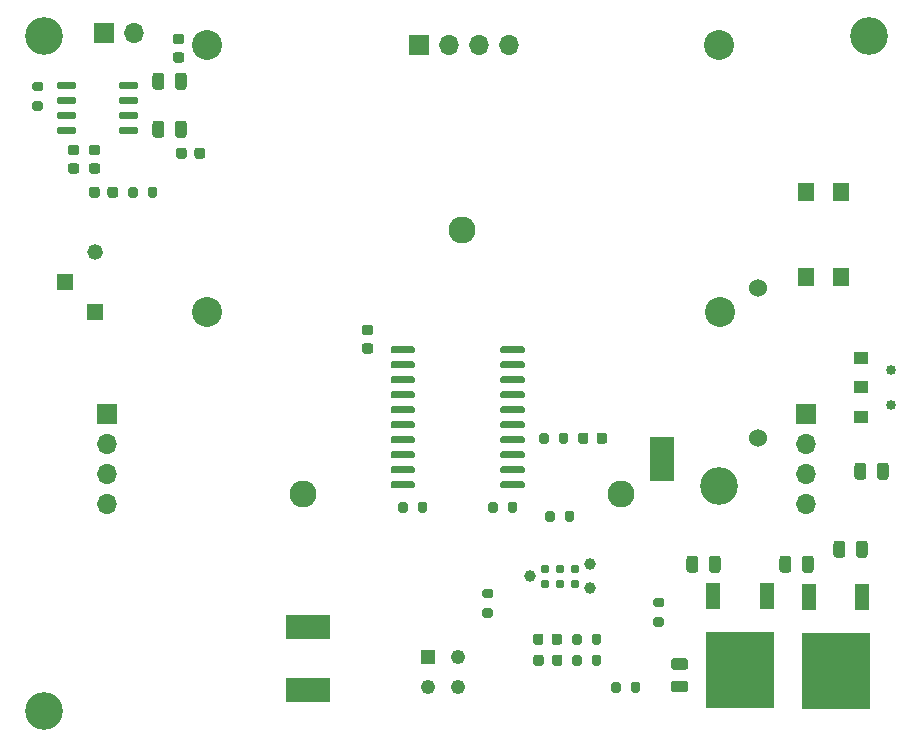
<source format=gts>
%TF.GenerationSoftware,KiCad,Pcbnew,(5.1.12)-1*%
%TF.CreationDate,2022-01-31T19:51:58-07:00*%
%TF.ProjectId,Annoyatron_v2,416e6e6f-7961-4747-926f-6e5f76322e6b,rev?*%
%TF.SameCoordinates,Original*%
%TF.FileFunction,Soldermask,Top*%
%TF.FilePolarity,Negative*%
%FSLAX46Y46*%
G04 Gerber Fmt 4.6, Leading zero omitted, Abs format (unit mm)*
G04 Created by KiCad (PCBNEW (5.1.12)-1) date 2022-01-31 19:51:58*
%MOMM*%
%LPD*%
G01*
G04 APERTURE LIST*
%ADD10R,1.320800X1.320800*%
%ADD11C,1.320800*%
%ADD12C,3.200000*%
%ADD13R,2.000000X3.800000*%
%ADD14R,3.800000X2.000000*%
%ADD15C,2.290000*%
%ADD16C,1.524000*%
%ADD17C,0.787000*%
%ADD18C,0.991000*%
%ADD19R,5.800000X6.400000*%
%ADD20R,1.200000X2.200000*%
%ADD21C,2.540000*%
%ADD22R,1.700000X1.700000*%
%ADD23O,1.700000X1.700000*%
%ADD24C,1.219200*%
%ADD25R,1.219200X1.219200*%
%ADD26C,0.850000*%
%ADD27R,1.200000X1.000000*%
%ADD28R,1.400000X1.600000*%
G04 APERTURE END LIST*
D10*
%TO.C,R1*%
X104902000Y-86106000D03*
X102362000Y-83566000D03*
D11*
X104902000Y-81026000D03*
%TD*%
D12*
%TO.C,H4*%
X100584000Y-62738000D03*
%TD*%
%TO.C,H3*%
X157734000Y-100838000D03*
%TD*%
%TO.C,H2*%
X170434000Y-62738000D03*
%TD*%
%TO.C,H1*%
X100584000Y-119888000D03*
%TD*%
D13*
%TO.C,TP_5V0*%
X152908000Y-98552000D03*
%TD*%
D14*
%TO.C,TP_GND0*%
X122936000Y-118110000D03*
%TD*%
%TO.C,TP_3V3*%
X122936000Y-112776000D03*
%TD*%
D15*
%TO.C,BT1*%
X149489000Y-101514000D03*
X122519000Y-101514000D03*
X136009000Y-79164000D03*
D16*
X161089000Y-84074000D03*
X161089000Y-96774000D03*
%TD*%
%TO.C,U6*%
G36*
G01*
X106956000Y-67053600D02*
X106956000Y-66753600D01*
G75*
G02*
X107106000Y-66603600I150000J0D01*
G01*
X108456000Y-66603600D01*
G75*
G02*
X108606000Y-66753600I0J-150000D01*
G01*
X108606000Y-67053600D01*
G75*
G02*
X108456000Y-67203600I-150000J0D01*
G01*
X107106000Y-67203600D01*
G75*
G02*
X106956000Y-67053600I0J150000D01*
G01*
G37*
G36*
G01*
X106956000Y-68323600D02*
X106956000Y-68023600D01*
G75*
G02*
X107106000Y-67873600I150000J0D01*
G01*
X108456000Y-67873600D01*
G75*
G02*
X108606000Y-68023600I0J-150000D01*
G01*
X108606000Y-68323600D01*
G75*
G02*
X108456000Y-68473600I-150000J0D01*
G01*
X107106000Y-68473600D01*
G75*
G02*
X106956000Y-68323600I0J150000D01*
G01*
G37*
G36*
G01*
X106956000Y-69593600D02*
X106956000Y-69293600D01*
G75*
G02*
X107106000Y-69143600I150000J0D01*
G01*
X108456000Y-69143600D01*
G75*
G02*
X108606000Y-69293600I0J-150000D01*
G01*
X108606000Y-69593600D01*
G75*
G02*
X108456000Y-69743600I-150000J0D01*
G01*
X107106000Y-69743600D01*
G75*
G02*
X106956000Y-69593600I0J150000D01*
G01*
G37*
G36*
G01*
X106956000Y-70863600D02*
X106956000Y-70563600D01*
G75*
G02*
X107106000Y-70413600I150000J0D01*
G01*
X108456000Y-70413600D01*
G75*
G02*
X108606000Y-70563600I0J-150000D01*
G01*
X108606000Y-70863600D01*
G75*
G02*
X108456000Y-71013600I-150000J0D01*
G01*
X107106000Y-71013600D01*
G75*
G02*
X106956000Y-70863600I0J150000D01*
G01*
G37*
G36*
G01*
X101706000Y-70863600D02*
X101706000Y-70563600D01*
G75*
G02*
X101856000Y-70413600I150000J0D01*
G01*
X103206000Y-70413600D01*
G75*
G02*
X103356000Y-70563600I0J-150000D01*
G01*
X103356000Y-70863600D01*
G75*
G02*
X103206000Y-71013600I-150000J0D01*
G01*
X101856000Y-71013600D01*
G75*
G02*
X101706000Y-70863600I0J150000D01*
G01*
G37*
G36*
G01*
X101706000Y-69593600D02*
X101706000Y-69293600D01*
G75*
G02*
X101856000Y-69143600I150000J0D01*
G01*
X103206000Y-69143600D01*
G75*
G02*
X103356000Y-69293600I0J-150000D01*
G01*
X103356000Y-69593600D01*
G75*
G02*
X103206000Y-69743600I-150000J0D01*
G01*
X101856000Y-69743600D01*
G75*
G02*
X101706000Y-69593600I0J150000D01*
G01*
G37*
G36*
G01*
X101706000Y-68323600D02*
X101706000Y-68023600D01*
G75*
G02*
X101856000Y-67873600I150000J0D01*
G01*
X103206000Y-67873600D01*
G75*
G02*
X103356000Y-68023600I0J-150000D01*
G01*
X103356000Y-68323600D01*
G75*
G02*
X103206000Y-68473600I-150000J0D01*
G01*
X101856000Y-68473600D01*
G75*
G02*
X101706000Y-68323600I0J150000D01*
G01*
G37*
G36*
G01*
X101706000Y-67053600D02*
X101706000Y-66753600D01*
G75*
G02*
X101856000Y-66603600I150000J0D01*
G01*
X103206000Y-66603600D01*
G75*
G02*
X103356000Y-66753600I0J-150000D01*
G01*
X103356000Y-67053600D01*
G75*
G02*
X103206000Y-67203600I-150000J0D01*
G01*
X101856000Y-67203600D01*
G75*
G02*
X101706000Y-67053600I0J150000D01*
G01*
G37*
%TD*%
D17*
%TO.C,TAG1*%
X143002000Y-109093000D03*
X144272000Y-109093000D03*
X145542000Y-109093000D03*
X145542000Y-107823000D03*
X144272000Y-107823000D03*
X143002000Y-107823000D03*
D18*
X141732000Y-108458000D03*
X146812000Y-107443000D03*
X146812000Y-109473000D03*
%TD*%
%TO.C,R5*%
G36*
G01*
X143847000Y-103103000D02*
X143847000Y-103653000D01*
G75*
G02*
X143647000Y-103853000I-200000J0D01*
G01*
X143247000Y-103853000D01*
G75*
G02*
X143047000Y-103653000I0J200000D01*
G01*
X143047000Y-103103000D01*
G75*
G02*
X143247000Y-102903000I200000J0D01*
G01*
X143647000Y-102903000D01*
G75*
G02*
X143847000Y-103103000I0J-200000D01*
G01*
G37*
G36*
G01*
X145497000Y-103103000D02*
X145497000Y-103653000D01*
G75*
G02*
X145297000Y-103853000I-200000J0D01*
G01*
X144897000Y-103853000D01*
G75*
G02*
X144697000Y-103653000I0J200000D01*
G01*
X144697000Y-103103000D01*
G75*
G02*
X144897000Y-102903000I200000J0D01*
G01*
X145297000Y-102903000D01*
G75*
G02*
X145497000Y-103103000I0J-200000D01*
G01*
G37*
%TD*%
%TO.C,R3*%
G36*
G01*
X139871000Y-102891000D02*
X139871000Y-102341000D01*
G75*
G02*
X140071000Y-102141000I200000J0D01*
G01*
X140471000Y-102141000D01*
G75*
G02*
X140671000Y-102341000I0J-200000D01*
G01*
X140671000Y-102891000D01*
G75*
G02*
X140471000Y-103091000I-200000J0D01*
G01*
X140071000Y-103091000D01*
G75*
G02*
X139871000Y-102891000I0J200000D01*
G01*
G37*
G36*
G01*
X138221000Y-102891000D02*
X138221000Y-102341000D01*
G75*
G02*
X138421000Y-102141000I200000J0D01*
G01*
X138821000Y-102141000D01*
G75*
G02*
X139021000Y-102341000I0J-200000D01*
G01*
X139021000Y-102891000D01*
G75*
G02*
X138821000Y-103091000I-200000J0D01*
G01*
X138421000Y-103091000D01*
G75*
G02*
X138221000Y-102891000I0J200000D01*
G01*
G37*
%TD*%
%TO.C,R2*%
G36*
G01*
X131401000Y-102341000D02*
X131401000Y-102891000D01*
G75*
G02*
X131201000Y-103091000I-200000J0D01*
G01*
X130801000Y-103091000D01*
G75*
G02*
X130601000Y-102891000I0J200000D01*
G01*
X130601000Y-102341000D01*
G75*
G02*
X130801000Y-102141000I200000J0D01*
G01*
X131201000Y-102141000D01*
G75*
G02*
X131401000Y-102341000I0J-200000D01*
G01*
G37*
G36*
G01*
X133051000Y-102341000D02*
X133051000Y-102891000D01*
G75*
G02*
X132851000Y-103091000I-200000J0D01*
G01*
X132451000Y-103091000D01*
G75*
G02*
X132251000Y-102891000I0J200000D01*
G01*
X132251000Y-102341000D01*
G75*
G02*
X132451000Y-102141000I200000J0D01*
G01*
X132851000Y-102141000D01*
G75*
G02*
X133051000Y-102341000I0J-200000D01*
G01*
G37*
%TD*%
%TO.C,R12*%
G36*
G01*
X152379000Y-111931000D02*
X152929000Y-111931000D01*
G75*
G02*
X153129000Y-112131000I0J-200000D01*
G01*
X153129000Y-112531000D01*
G75*
G02*
X152929000Y-112731000I-200000J0D01*
G01*
X152379000Y-112731000D01*
G75*
G02*
X152179000Y-112531000I0J200000D01*
G01*
X152179000Y-112131000D01*
G75*
G02*
X152379000Y-111931000I200000J0D01*
G01*
G37*
G36*
G01*
X152379000Y-110281000D02*
X152929000Y-110281000D01*
G75*
G02*
X153129000Y-110481000I0J-200000D01*
G01*
X153129000Y-110881000D01*
G75*
G02*
X152929000Y-111081000I-200000J0D01*
G01*
X152379000Y-111081000D01*
G75*
G02*
X152179000Y-110881000I0J200000D01*
G01*
X152179000Y-110481000D01*
G75*
G02*
X152379000Y-110281000I200000J0D01*
G01*
G37*
%TD*%
%TO.C,R10*%
G36*
G01*
X146133000Y-113517000D02*
X146133000Y-114067000D01*
G75*
G02*
X145933000Y-114267000I-200000J0D01*
G01*
X145533000Y-114267000D01*
G75*
G02*
X145333000Y-114067000I0J200000D01*
G01*
X145333000Y-113517000D01*
G75*
G02*
X145533000Y-113317000I200000J0D01*
G01*
X145933000Y-113317000D01*
G75*
G02*
X146133000Y-113517000I0J-200000D01*
G01*
G37*
G36*
G01*
X147783000Y-113517000D02*
X147783000Y-114067000D01*
G75*
G02*
X147583000Y-114267000I-200000J0D01*
G01*
X147183000Y-114267000D01*
G75*
G02*
X146983000Y-114067000I0J200000D01*
G01*
X146983000Y-113517000D01*
G75*
G02*
X147183000Y-113317000I200000J0D01*
G01*
X147583000Y-113317000D01*
G75*
G02*
X147783000Y-113517000I0J-200000D01*
G01*
G37*
%TD*%
%TO.C,LED_5V0*%
G36*
G01*
X143606000Y-114048250D02*
X143606000Y-113535750D01*
G75*
G02*
X143824750Y-113317000I218750J0D01*
G01*
X144262250Y-113317000D01*
G75*
G02*
X144481000Y-113535750I0J-218750D01*
G01*
X144481000Y-114048250D01*
G75*
G02*
X144262250Y-114267000I-218750J0D01*
G01*
X143824750Y-114267000D01*
G75*
G02*
X143606000Y-114048250I0J218750D01*
G01*
G37*
G36*
G01*
X142031000Y-114048250D02*
X142031000Y-113535750D01*
G75*
G02*
X142249750Y-113317000I218750J0D01*
G01*
X142687250Y-113317000D01*
G75*
G02*
X142906000Y-113535750I0J-218750D01*
G01*
X142906000Y-114048250D01*
G75*
G02*
X142687250Y-114267000I-218750J0D01*
G01*
X142249750Y-114267000D01*
G75*
G02*
X142031000Y-114048250I0J218750D01*
G01*
G37*
%TD*%
%TO.C,C8*%
G36*
G01*
X169360000Y-106647000D02*
X169360000Y-105697000D01*
G75*
G02*
X169610000Y-105447000I250000J0D01*
G01*
X170110000Y-105447000D01*
G75*
G02*
X170360000Y-105697000I0J-250000D01*
G01*
X170360000Y-106647000D01*
G75*
G02*
X170110000Y-106897000I-250000J0D01*
G01*
X169610000Y-106897000D01*
G75*
G02*
X169360000Y-106647000I0J250000D01*
G01*
G37*
G36*
G01*
X167460000Y-106647000D02*
X167460000Y-105697000D01*
G75*
G02*
X167710000Y-105447000I250000J0D01*
G01*
X168210000Y-105447000D01*
G75*
G02*
X168460000Y-105697000I0J-250000D01*
G01*
X168460000Y-106647000D01*
G75*
G02*
X168210000Y-106897000I-250000J0D01*
G01*
X167710000Y-106897000D01*
G75*
G02*
X167460000Y-106647000I0J250000D01*
G01*
G37*
%TD*%
%TO.C,C6*%
G36*
G01*
X156014000Y-106967000D02*
X156014000Y-107917000D01*
G75*
G02*
X155764000Y-108167000I-250000J0D01*
G01*
X155264000Y-108167000D01*
G75*
G02*
X155014000Y-107917000I0J250000D01*
G01*
X155014000Y-106967000D01*
G75*
G02*
X155264000Y-106717000I250000J0D01*
G01*
X155764000Y-106717000D01*
G75*
G02*
X156014000Y-106967000I0J-250000D01*
G01*
G37*
G36*
G01*
X157914000Y-106967000D02*
X157914000Y-107917000D01*
G75*
G02*
X157664000Y-108167000I-250000J0D01*
G01*
X157164000Y-108167000D01*
G75*
G02*
X156914000Y-107917000I0J250000D01*
G01*
X156914000Y-106967000D01*
G75*
G02*
X157164000Y-106717000I250000J0D01*
G01*
X157664000Y-106717000D01*
G75*
G02*
X157914000Y-106967000I0J-250000D01*
G01*
G37*
%TD*%
D19*
%TO.C,5V0*%
X167639000Y-116483000D03*
D20*
X165359000Y-110183000D03*
X169919000Y-110183000D03*
%TD*%
%TO.C,R13*%
G36*
G01*
X109391000Y-76221000D02*
X109391000Y-75671000D01*
G75*
G02*
X109591000Y-75471000I200000J0D01*
G01*
X109991000Y-75471000D01*
G75*
G02*
X110191000Y-75671000I0J-200000D01*
G01*
X110191000Y-76221000D01*
G75*
G02*
X109991000Y-76421000I-200000J0D01*
G01*
X109591000Y-76421000D01*
G75*
G02*
X109391000Y-76221000I0J200000D01*
G01*
G37*
G36*
G01*
X107741000Y-76221000D02*
X107741000Y-75671000D01*
G75*
G02*
X107941000Y-75471000I200000J0D01*
G01*
X108341000Y-75471000D01*
G75*
G02*
X108541000Y-75671000I0J-200000D01*
G01*
X108541000Y-76221000D01*
G75*
G02*
X108341000Y-76421000I-200000J0D01*
G01*
X107941000Y-76421000D01*
G75*
G02*
X107741000Y-76221000I0J200000D01*
G01*
G37*
%TD*%
%TO.C,C11*%
G36*
G01*
X105339000Y-75696000D02*
X105339000Y-76196000D01*
G75*
G02*
X105114000Y-76421000I-225000J0D01*
G01*
X104664000Y-76421000D01*
G75*
G02*
X104439000Y-76196000I0J225000D01*
G01*
X104439000Y-75696000D01*
G75*
G02*
X104664000Y-75471000I225000J0D01*
G01*
X105114000Y-75471000D01*
G75*
G02*
X105339000Y-75696000I0J-225000D01*
G01*
G37*
G36*
G01*
X106889000Y-75696000D02*
X106889000Y-76196000D01*
G75*
G02*
X106664000Y-76421000I-225000J0D01*
G01*
X106214000Y-76421000D01*
G75*
G02*
X105989000Y-76196000I0J225000D01*
G01*
X105989000Y-75696000D01*
G75*
G02*
X106214000Y-75471000I225000J0D01*
G01*
X106664000Y-75471000D01*
G75*
G02*
X106889000Y-75696000I0J-225000D01*
G01*
G37*
%TD*%
%TO.C,R11*%
G36*
G01*
X150285000Y-118131000D02*
X150285000Y-117581000D01*
G75*
G02*
X150485000Y-117381000I200000J0D01*
G01*
X150885000Y-117381000D01*
G75*
G02*
X151085000Y-117581000I0J-200000D01*
G01*
X151085000Y-118131000D01*
G75*
G02*
X150885000Y-118331000I-200000J0D01*
G01*
X150485000Y-118331000D01*
G75*
G02*
X150285000Y-118131000I0J200000D01*
G01*
G37*
G36*
G01*
X148635000Y-118131000D02*
X148635000Y-117581000D01*
G75*
G02*
X148835000Y-117381000I200000J0D01*
G01*
X149235000Y-117381000D01*
G75*
G02*
X149435000Y-117581000I0J-200000D01*
G01*
X149435000Y-118131000D01*
G75*
G02*
X149235000Y-118331000I-200000J0D01*
G01*
X148835000Y-118331000D01*
G75*
G02*
X148635000Y-118131000I0J200000D01*
G01*
G37*
%TD*%
%TO.C,FB2*%
G36*
G01*
X110802000Y-66073000D02*
X110802000Y-67023000D01*
G75*
G02*
X110552000Y-67273000I-250000J0D01*
G01*
X110052000Y-67273000D01*
G75*
G02*
X109802000Y-67023000I0J250000D01*
G01*
X109802000Y-66073000D01*
G75*
G02*
X110052000Y-65823000I250000J0D01*
G01*
X110552000Y-65823000D01*
G75*
G02*
X110802000Y-66073000I0J-250000D01*
G01*
G37*
G36*
G01*
X112702000Y-66073000D02*
X112702000Y-67023000D01*
G75*
G02*
X112452000Y-67273000I-250000J0D01*
G01*
X111952000Y-67273000D01*
G75*
G02*
X111702000Y-67023000I0J250000D01*
G01*
X111702000Y-66073000D01*
G75*
G02*
X111952000Y-65823000I250000J0D01*
G01*
X112452000Y-65823000D01*
G75*
G02*
X112702000Y-66073000I0J-250000D01*
G01*
G37*
%TD*%
%TO.C,FB1*%
G36*
G01*
X110802000Y-70137000D02*
X110802000Y-71087000D01*
G75*
G02*
X110552000Y-71337000I-250000J0D01*
G01*
X110052000Y-71337000D01*
G75*
G02*
X109802000Y-71087000I0J250000D01*
G01*
X109802000Y-70137000D01*
G75*
G02*
X110052000Y-69887000I250000J0D01*
G01*
X110552000Y-69887000D01*
G75*
G02*
X110802000Y-70137000I0J-250000D01*
G01*
G37*
G36*
G01*
X112702000Y-70137000D02*
X112702000Y-71087000D01*
G75*
G02*
X112452000Y-71337000I-250000J0D01*
G01*
X111952000Y-71337000D01*
G75*
G02*
X111702000Y-71087000I0J250000D01*
G01*
X111702000Y-70137000D01*
G75*
G02*
X111952000Y-69887000I250000J0D01*
G01*
X112452000Y-69887000D01*
G75*
G02*
X112702000Y-70137000I0J-250000D01*
G01*
G37*
%TD*%
%TO.C,C10*%
G36*
G01*
X112264000Y-63429000D02*
X111764000Y-63429000D01*
G75*
G02*
X111539000Y-63204000I0J225000D01*
G01*
X111539000Y-62754000D01*
G75*
G02*
X111764000Y-62529000I225000J0D01*
G01*
X112264000Y-62529000D01*
G75*
G02*
X112489000Y-62754000I0J-225000D01*
G01*
X112489000Y-63204000D01*
G75*
G02*
X112264000Y-63429000I-225000J0D01*
G01*
G37*
G36*
G01*
X112264000Y-64979000D02*
X111764000Y-64979000D01*
G75*
G02*
X111539000Y-64754000I0J225000D01*
G01*
X111539000Y-64304000D01*
G75*
G02*
X111764000Y-64079000I225000J0D01*
G01*
X112264000Y-64079000D01*
G75*
G02*
X112489000Y-64304000I0J-225000D01*
G01*
X112489000Y-64754000D01*
G75*
G02*
X112264000Y-64979000I-225000J0D01*
G01*
G37*
%TD*%
%TO.C,C9*%
G36*
G01*
X113355000Y-72894000D02*
X113355000Y-72394000D01*
G75*
G02*
X113580000Y-72169000I225000J0D01*
G01*
X114030000Y-72169000D01*
G75*
G02*
X114255000Y-72394000I0J-225000D01*
G01*
X114255000Y-72894000D01*
G75*
G02*
X114030000Y-73119000I-225000J0D01*
G01*
X113580000Y-73119000D01*
G75*
G02*
X113355000Y-72894000I0J225000D01*
G01*
G37*
G36*
G01*
X111805000Y-72894000D02*
X111805000Y-72394000D01*
G75*
G02*
X112030000Y-72169000I225000J0D01*
G01*
X112480000Y-72169000D01*
G75*
G02*
X112705000Y-72394000I0J-225000D01*
G01*
X112705000Y-72894000D01*
G75*
G02*
X112480000Y-73119000I-225000J0D01*
G01*
X112030000Y-73119000D01*
G75*
G02*
X111805000Y-72894000I0J225000D01*
G01*
G37*
%TD*%
D21*
%TO.C,DISPLAY1*%
X114427000Y-86106000D03*
X114427000Y-63500000D03*
X157734000Y-63500000D03*
X157861000Y-86106000D03*
D22*
X132334000Y-63500000D03*
D23*
X134874000Y-63500000D03*
X137414000Y-63500000D03*
X139954000Y-63500000D03*
%TD*%
%TO.C,R9*%
G36*
G01*
X146133000Y-115295000D02*
X146133000Y-115845000D01*
G75*
G02*
X145933000Y-116045000I-200000J0D01*
G01*
X145533000Y-116045000D01*
G75*
G02*
X145333000Y-115845000I0J200000D01*
G01*
X145333000Y-115295000D01*
G75*
G02*
X145533000Y-115095000I200000J0D01*
G01*
X145933000Y-115095000D01*
G75*
G02*
X146133000Y-115295000I0J-200000D01*
G01*
G37*
G36*
G01*
X147783000Y-115295000D02*
X147783000Y-115845000D01*
G75*
G02*
X147583000Y-116045000I-200000J0D01*
G01*
X147183000Y-116045000D01*
G75*
G02*
X146983000Y-115845000I0J200000D01*
G01*
X146983000Y-115295000D01*
G75*
G02*
X147183000Y-115095000I200000J0D01*
G01*
X147583000Y-115095000D01*
G75*
G02*
X147783000Y-115295000I0J-200000D01*
G01*
G37*
%TD*%
%TO.C,LED_3V3*%
G36*
G01*
X143631500Y-115826250D02*
X143631500Y-115313750D01*
G75*
G02*
X143850250Y-115095000I218750J0D01*
G01*
X144287750Y-115095000D01*
G75*
G02*
X144506500Y-115313750I0J-218750D01*
G01*
X144506500Y-115826250D01*
G75*
G02*
X144287750Y-116045000I-218750J0D01*
G01*
X143850250Y-116045000D01*
G75*
G02*
X143631500Y-115826250I0J218750D01*
G01*
G37*
G36*
G01*
X142056500Y-115826250D02*
X142056500Y-115313750D01*
G75*
G02*
X142275250Y-115095000I218750J0D01*
G01*
X142712750Y-115095000D01*
G75*
G02*
X142931500Y-115313750I0J-218750D01*
G01*
X142931500Y-115826250D01*
G75*
G02*
X142712750Y-116045000I-218750J0D01*
G01*
X142275250Y-116045000D01*
G75*
G02*
X142056500Y-115826250I0J218750D01*
G01*
G37*
%TD*%
%TO.C,R8*%
G36*
G01*
X100351000Y-67393000D02*
X99801000Y-67393000D01*
G75*
G02*
X99601000Y-67193000I0J200000D01*
G01*
X99601000Y-66793000D01*
G75*
G02*
X99801000Y-66593000I200000J0D01*
G01*
X100351000Y-66593000D01*
G75*
G02*
X100551000Y-66793000I0J-200000D01*
G01*
X100551000Y-67193000D01*
G75*
G02*
X100351000Y-67393000I-200000J0D01*
G01*
G37*
G36*
G01*
X100351000Y-69043000D02*
X99801000Y-69043000D01*
G75*
G02*
X99601000Y-68843000I0J200000D01*
G01*
X99601000Y-68443000D01*
G75*
G02*
X99801000Y-68243000I200000J0D01*
G01*
X100351000Y-68243000D01*
G75*
G02*
X100551000Y-68443000I0J-200000D01*
G01*
X100551000Y-68843000D01*
G75*
G02*
X100351000Y-69043000I-200000J0D01*
G01*
G37*
%TD*%
%TO.C,R7*%
G36*
G01*
X144189000Y-97049000D02*
X144189000Y-96499000D01*
G75*
G02*
X144389000Y-96299000I200000J0D01*
G01*
X144789000Y-96299000D01*
G75*
G02*
X144989000Y-96499000I0J-200000D01*
G01*
X144989000Y-97049000D01*
G75*
G02*
X144789000Y-97249000I-200000J0D01*
G01*
X144389000Y-97249000D01*
G75*
G02*
X144189000Y-97049000I0J200000D01*
G01*
G37*
G36*
G01*
X142539000Y-97049000D02*
X142539000Y-96499000D01*
G75*
G02*
X142739000Y-96299000I200000J0D01*
G01*
X143139000Y-96299000D01*
G75*
G02*
X143339000Y-96499000I0J-200000D01*
G01*
X143339000Y-97049000D01*
G75*
G02*
X143139000Y-97249000I-200000J0D01*
G01*
X142739000Y-97249000D01*
G75*
G02*
X142539000Y-97049000I0J200000D01*
G01*
G37*
%TD*%
%TO.C,R4*%
G36*
G01*
X138451000Y-110319000D02*
X137901000Y-110319000D01*
G75*
G02*
X137701000Y-110119000I0J200000D01*
G01*
X137701000Y-109719000D01*
G75*
G02*
X137901000Y-109519000I200000J0D01*
G01*
X138451000Y-109519000D01*
G75*
G02*
X138651000Y-109719000I0J-200000D01*
G01*
X138651000Y-110119000D01*
G75*
G02*
X138451000Y-110319000I-200000J0D01*
G01*
G37*
G36*
G01*
X138451000Y-111969000D02*
X137901000Y-111969000D01*
G75*
G02*
X137701000Y-111769000I0J200000D01*
G01*
X137701000Y-111369000D01*
G75*
G02*
X137901000Y-111169000I200000J0D01*
G01*
X138451000Y-111169000D01*
G75*
G02*
X138651000Y-111369000I0J-200000D01*
G01*
X138651000Y-111769000D01*
G75*
G02*
X138451000Y-111969000I-200000J0D01*
G01*
G37*
%TD*%
%TO.C,LED_USR1*%
G36*
G01*
X146716000Y-96517750D02*
X146716000Y-97030250D01*
G75*
G02*
X146497250Y-97249000I-218750J0D01*
G01*
X146059750Y-97249000D01*
G75*
G02*
X145841000Y-97030250I0J218750D01*
G01*
X145841000Y-96517750D01*
G75*
G02*
X146059750Y-96299000I218750J0D01*
G01*
X146497250Y-96299000D01*
G75*
G02*
X146716000Y-96517750I0J-218750D01*
G01*
G37*
G36*
G01*
X148291000Y-96517750D02*
X148291000Y-97030250D01*
G75*
G02*
X148072250Y-97249000I-218750J0D01*
G01*
X147634750Y-97249000D01*
G75*
G02*
X147416000Y-97030250I0J218750D01*
G01*
X147416000Y-96517750D01*
G75*
G02*
X147634750Y-96299000I218750J0D01*
G01*
X148072250Y-96299000D01*
G75*
G02*
X148291000Y-96517750I0J-218750D01*
G01*
G37*
%TD*%
%TO.C,C4*%
G36*
G01*
X171138000Y-100043000D02*
X171138000Y-99093000D01*
G75*
G02*
X171388000Y-98843000I250000J0D01*
G01*
X171888000Y-98843000D01*
G75*
G02*
X172138000Y-99093000I0J-250000D01*
G01*
X172138000Y-100043000D01*
G75*
G02*
X171888000Y-100293000I-250000J0D01*
G01*
X171388000Y-100293000D01*
G75*
G02*
X171138000Y-100043000I0J250000D01*
G01*
G37*
G36*
G01*
X169238000Y-100043000D02*
X169238000Y-99093000D01*
G75*
G02*
X169488000Y-98843000I250000J0D01*
G01*
X169988000Y-98843000D01*
G75*
G02*
X170238000Y-99093000I0J-250000D01*
G01*
X170238000Y-100043000D01*
G75*
G02*
X169988000Y-100293000I-250000J0D01*
G01*
X169488000Y-100293000D01*
G75*
G02*
X169238000Y-100043000I0J250000D01*
G01*
G37*
%TD*%
%TO.C,C3*%
G36*
G01*
X127766000Y-88717000D02*
X128266000Y-88717000D01*
G75*
G02*
X128491000Y-88942000I0J-225000D01*
G01*
X128491000Y-89392000D01*
G75*
G02*
X128266000Y-89617000I-225000J0D01*
G01*
X127766000Y-89617000D01*
G75*
G02*
X127541000Y-89392000I0J225000D01*
G01*
X127541000Y-88942000D01*
G75*
G02*
X127766000Y-88717000I225000J0D01*
G01*
G37*
G36*
G01*
X127766000Y-87167000D02*
X128266000Y-87167000D01*
G75*
G02*
X128491000Y-87392000I0J-225000D01*
G01*
X128491000Y-87842000D01*
G75*
G02*
X128266000Y-88067000I-225000J0D01*
G01*
X127766000Y-88067000D01*
G75*
G02*
X127541000Y-87842000I0J225000D01*
G01*
X127541000Y-87392000D01*
G75*
G02*
X127766000Y-87167000I225000J0D01*
G01*
G37*
%TD*%
%TO.C,C2*%
G36*
G01*
X104652000Y-73477000D02*
X105152000Y-73477000D01*
G75*
G02*
X105377000Y-73702000I0J-225000D01*
G01*
X105377000Y-74152000D01*
G75*
G02*
X105152000Y-74377000I-225000J0D01*
G01*
X104652000Y-74377000D01*
G75*
G02*
X104427000Y-74152000I0J225000D01*
G01*
X104427000Y-73702000D01*
G75*
G02*
X104652000Y-73477000I225000J0D01*
G01*
G37*
G36*
G01*
X104652000Y-71927000D02*
X105152000Y-71927000D01*
G75*
G02*
X105377000Y-72152000I0J-225000D01*
G01*
X105377000Y-72602000D01*
G75*
G02*
X105152000Y-72827000I-225000J0D01*
G01*
X104652000Y-72827000D01*
G75*
G02*
X104427000Y-72602000I0J225000D01*
G01*
X104427000Y-72152000D01*
G75*
G02*
X104652000Y-71927000I225000J0D01*
G01*
G37*
%TD*%
%TO.C,C1*%
G36*
G01*
X102874000Y-73477000D02*
X103374000Y-73477000D01*
G75*
G02*
X103599000Y-73702000I0J-225000D01*
G01*
X103599000Y-74152000D01*
G75*
G02*
X103374000Y-74377000I-225000J0D01*
G01*
X102874000Y-74377000D01*
G75*
G02*
X102649000Y-74152000I0J225000D01*
G01*
X102649000Y-73702000D01*
G75*
G02*
X102874000Y-73477000I225000J0D01*
G01*
G37*
G36*
G01*
X102874000Y-71927000D02*
X103374000Y-71927000D01*
G75*
G02*
X103599000Y-72152000I0J-225000D01*
G01*
X103599000Y-72602000D01*
G75*
G02*
X103374000Y-72827000I-225000J0D01*
G01*
X102874000Y-72827000D01*
G75*
G02*
X102649000Y-72602000I0J225000D01*
G01*
X102649000Y-72152000D01*
G75*
G02*
X102874000Y-71927000I225000J0D01*
G01*
G37*
%TD*%
%TO.C,C7*%
G36*
G01*
X154907000Y-116390000D02*
X153957000Y-116390000D01*
G75*
G02*
X153707000Y-116140000I0J250000D01*
G01*
X153707000Y-115640000D01*
G75*
G02*
X153957000Y-115390000I250000J0D01*
G01*
X154907000Y-115390000D01*
G75*
G02*
X155157000Y-115640000I0J-250000D01*
G01*
X155157000Y-116140000D01*
G75*
G02*
X154907000Y-116390000I-250000J0D01*
G01*
G37*
G36*
G01*
X154907000Y-118290000D02*
X153957000Y-118290000D01*
G75*
G02*
X153707000Y-118040000I0J250000D01*
G01*
X153707000Y-117540000D01*
G75*
G02*
X153957000Y-117290000I250000J0D01*
G01*
X154907000Y-117290000D01*
G75*
G02*
X155157000Y-117540000I0J-250000D01*
G01*
X155157000Y-118040000D01*
G75*
G02*
X154907000Y-118290000I-250000J0D01*
G01*
G37*
%TD*%
%TO.C,C5*%
G36*
G01*
X163888000Y-106967000D02*
X163888000Y-107917000D01*
G75*
G02*
X163638000Y-108167000I-250000J0D01*
G01*
X163138000Y-108167000D01*
G75*
G02*
X162888000Y-107917000I0J250000D01*
G01*
X162888000Y-106967000D01*
G75*
G02*
X163138000Y-106717000I250000J0D01*
G01*
X163638000Y-106717000D01*
G75*
G02*
X163888000Y-106967000I0J-250000D01*
G01*
G37*
G36*
G01*
X165788000Y-106967000D02*
X165788000Y-107917000D01*
G75*
G02*
X165538000Y-108167000I-250000J0D01*
G01*
X165038000Y-108167000D01*
G75*
G02*
X164788000Y-107917000I0J250000D01*
G01*
X164788000Y-106967000D01*
G75*
G02*
X165038000Y-106717000I250000J0D01*
G01*
X165538000Y-106717000D01*
G75*
G02*
X165788000Y-106967000I0J-250000D01*
G01*
G37*
%TD*%
%TO.C,WIRE_SINK1*%
X165100000Y-102362000D03*
X165100000Y-99822000D03*
X165100000Y-97282000D03*
D22*
X165100000Y-94742000D03*
%TD*%
D23*
%TO.C,WIRE_SRC1*%
X105918000Y-102362000D03*
X105918000Y-99822000D03*
X105918000Y-97282000D03*
D22*
X105918000Y-94742000D03*
%TD*%
D24*
%TO.C,PIR1*%
X135636000Y-115316000D03*
X135636000Y-117856000D03*
X133096000Y-117856000D03*
D25*
X133096000Y-115316000D03*
%TD*%
%TO.C,U3*%
G36*
G01*
X139261000Y-89431000D02*
X139261000Y-89131000D01*
G75*
G02*
X139411000Y-88981000I150000J0D01*
G01*
X141161000Y-88981000D01*
G75*
G02*
X141311000Y-89131000I0J-150000D01*
G01*
X141311000Y-89431000D01*
G75*
G02*
X141161000Y-89581000I-150000J0D01*
G01*
X139411000Y-89581000D01*
G75*
G02*
X139261000Y-89431000I0J150000D01*
G01*
G37*
G36*
G01*
X139261000Y-90701000D02*
X139261000Y-90401000D01*
G75*
G02*
X139411000Y-90251000I150000J0D01*
G01*
X141161000Y-90251000D01*
G75*
G02*
X141311000Y-90401000I0J-150000D01*
G01*
X141311000Y-90701000D01*
G75*
G02*
X141161000Y-90851000I-150000J0D01*
G01*
X139411000Y-90851000D01*
G75*
G02*
X139261000Y-90701000I0J150000D01*
G01*
G37*
G36*
G01*
X139261000Y-91971000D02*
X139261000Y-91671000D01*
G75*
G02*
X139411000Y-91521000I150000J0D01*
G01*
X141161000Y-91521000D01*
G75*
G02*
X141311000Y-91671000I0J-150000D01*
G01*
X141311000Y-91971000D01*
G75*
G02*
X141161000Y-92121000I-150000J0D01*
G01*
X139411000Y-92121000D01*
G75*
G02*
X139261000Y-91971000I0J150000D01*
G01*
G37*
G36*
G01*
X139261000Y-93241000D02*
X139261000Y-92941000D01*
G75*
G02*
X139411000Y-92791000I150000J0D01*
G01*
X141161000Y-92791000D01*
G75*
G02*
X141311000Y-92941000I0J-150000D01*
G01*
X141311000Y-93241000D01*
G75*
G02*
X141161000Y-93391000I-150000J0D01*
G01*
X139411000Y-93391000D01*
G75*
G02*
X139261000Y-93241000I0J150000D01*
G01*
G37*
G36*
G01*
X139261000Y-94511000D02*
X139261000Y-94211000D01*
G75*
G02*
X139411000Y-94061000I150000J0D01*
G01*
X141161000Y-94061000D01*
G75*
G02*
X141311000Y-94211000I0J-150000D01*
G01*
X141311000Y-94511000D01*
G75*
G02*
X141161000Y-94661000I-150000J0D01*
G01*
X139411000Y-94661000D01*
G75*
G02*
X139261000Y-94511000I0J150000D01*
G01*
G37*
G36*
G01*
X139261000Y-95781000D02*
X139261000Y-95481000D01*
G75*
G02*
X139411000Y-95331000I150000J0D01*
G01*
X141161000Y-95331000D01*
G75*
G02*
X141311000Y-95481000I0J-150000D01*
G01*
X141311000Y-95781000D01*
G75*
G02*
X141161000Y-95931000I-150000J0D01*
G01*
X139411000Y-95931000D01*
G75*
G02*
X139261000Y-95781000I0J150000D01*
G01*
G37*
G36*
G01*
X139261000Y-97051000D02*
X139261000Y-96751000D01*
G75*
G02*
X139411000Y-96601000I150000J0D01*
G01*
X141161000Y-96601000D01*
G75*
G02*
X141311000Y-96751000I0J-150000D01*
G01*
X141311000Y-97051000D01*
G75*
G02*
X141161000Y-97201000I-150000J0D01*
G01*
X139411000Y-97201000D01*
G75*
G02*
X139261000Y-97051000I0J150000D01*
G01*
G37*
G36*
G01*
X139261000Y-98321000D02*
X139261000Y-98021000D01*
G75*
G02*
X139411000Y-97871000I150000J0D01*
G01*
X141161000Y-97871000D01*
G75*
G02*
X141311000Y-98021000I0J-150000D01*
G01*
X141311000Y-98321000D01*
G75*
G02*
X141161000Y-98471000I-150000J0D01*
G01*
X139411000Y-98471000D01*
G75*
G02*
X139261000Y-98321000I0J150000D01*
G01*
G37*
G36*
G01*
X139261000Y-99591000D02*
X139261000Y-99291000D01*
G75*
G02*
X139411000Y-99141000I150000J0D01*
G01*
X141161000Y-99141000D01*
G75*
G02*
X141311000Y-99291000I0J-150000D01*
G01*
X141311000Y-99591000D01*
G75*
G02*
X141161000Y-99741000I-150000J0D01*
G01*
X139411000Y-99741000D01*
G75*
G02*
X139261000Y-99591000I0J150000D01*
G01*
G37*
G36*
G01*
X139261000Y-100861000D02*
X139261000Y-100561000D01*
G75*
G02*
X139411000Y-100411000I150000J0D01*
G01*
X141161000Y-100411000D01*
G75*
G02*
X141311000Y-100561000I0J-150000D01*
G01*
X141311000Y-100861000D01*
G75*
G02*
X141161000Y-101011000I-150000J0D01*
G01*
X139411000Y-101011000D01*
G75*
G02*
X139261000Y-100861000I0J150000D01*
G01*
G37*
G36*
G01*
X129961000Y-100861000D02*
X129961000Y-100561000D01*
G75*
G02*
X130111000Y-100411000I150000J0D01*
G01*
X131861000Y-100411000D01*
G75*
G02*
X132011000Y-100561000I0J-150000D01*
G01*
X132011000Y-100861000D01*
G75*
G02*
X131861000Y-101011000I-150000J0D01*
G01*
X130111000Y-101011000D01*
G75*
G02*
X129961000Y-100861000I0J150000D01*
G01*
G37*
G36*
G01*
X129961000Y-99591000D02*
X129961000Y-99291000D01*
G75*
G02*
X130111000Y-99141000I150000J0D01*
G01*
X131861000Y-99141000D01*
G75*
G02*
X132011000Y-99291000I0J-150000D01*
G01*
X132011000Y-99591000D01*
G75*
G02*
X131861000Y-99741000I-150000J0D01*
G01*
X130111000Y-99741000D01*
G75*
G02*
X129961000Y-99591000I0J150000D01*
G01*
G37*
G36*
G01*
X129961000Y-98321000D02*
X129961000Y-98021000D01*
G75*
G02*
X130111000Y-97871000I150000J0D01*
G01*
X131861000Y-97871000D01*
G75*
G02*
X132011000Y-98021000I0J-150000D01*
G01*
X132011000Y-98321000D01*
G75*
G02*
X131861000Y-98471000I-150000J0D01*
G01*
X130111000Y-98471000D01*
G75*
G02*
X129961000Y-98321000I0J150000D01*
G01*
G37*
G36*
G01*
X129961000Y-97051000D02*
X129961000Y-96751000D01*
G75*
G02*
X130111000Y-96601000I150000J0D01*
G01*
X131861000Y-96601000D01*
G75*
G02*
X132011000Y-96751000I0J-150000D01*
G01*
X132011000Y-97051000D01*
G75*
G02*
X131861000Y-97201000I-150000J0D01*
G01*
X130111000Y-97201000D01*
G75*
G02*
X129961000Y-97051000I0J150000D01*
G01*
G37*
G36*
G01*
X129961000Y-95781000D02*
X129961000Y-95481000D01*
G75*
G02*
X130111000Y-95331000I150000J0D01*
G01*
X131861000Y-95331000D01*
G75*
G02*
X132011000Y-95481000I0J-150000D01*
G01*
X132011000Y-95781000D01*
G75*
G02*
X131861000Y-95931000I-150000J0D01*
G01*
X130111000Y-95931000D01*
G75*
G02*
X129961000Y-95781000I0J150000D01*
G01*
G37*
G36*
G01*
X129961000Y-94511000D02*
X129961000Y-94211000D01*
G75*
G02*
X130111000Y-94061000I150000J0D01*
G01*
X131861000Y-94061000D01*
G75*
G02*
X132011000Y-94211000I0J-150000D01*
G01*
X132011000Y-94511000D01*
G75*
G02*
X131861000Y-94661000I-150000J0D01*
G01*
X130111000Y-94661000D01*
G75*
G02*
X129961000Y-94511000I0J150000D01*
G01*
G37*
G36*
G01*
X129961000Y-93241000D02*
X129961000Y-92941000D01*
G75*
G02*
X130111000Y-92791000I150000J0D01*
G01*
X131861000Y-92791000D01*
G75*
G02*
X132011000Y-92941000I0J-150000D01*
G01*
X132011000Y-93241000D01*
G75*
G02*
X131861000Y-93391000I-150000J0D01*
G01*
X130111000Y-93391000D01*
G75*
G02*
X129961000Y-93241000I0J150000D01*
G01*
G37*
G36*
G01*
X129961000Y-91971000D02*
X129961000Y-91671000D01*
G75*
G02*
X130111000Y-91521000I150000J0D01*
G01*
X131861000Y-91521000D01*
G75*
G02*
X132011000Y-91671000I0J-150000D01*
G01*
X132011000Y-91971000D01*
G75*
G02*
X131861000Y-92121000I-150000J0D01*
G01*
X130111000Y-92121000D01*
G75*
G02*
X129961000Y-91971000I0J150000D01*
G01*
G37*
G36*
G01*
X129961000Y-90701000D02*
X129961000Y-90401000D01*
G75*
G02*
X130111000Y-90251000I150000J0D01*
G01*
X131861000Y-90251000D01*
G75*
G02*
X132011000Y-90401000I0J-150000D01*
G01*
X132011000Y-90701000D01*
G75*
G02*
X131861000Y-90851000I-150000J0D01*
G01*
X130111000Y-90851000D01*
G75*
G02*
X129961000Y-90701000I0J150000D01*
G01*
G37*
G36*
G01*
X129961000Y-89431000D02*
X129961000Y-89131000D01*
G75*
G02*
X130111000Y-88981000I150000J0D01*
G01*
X131861000Y-88981000D01*
G75*
G02*
X132011000Y-89131000I0J-150000D01*
G01*
X132011000Y-89431000D01*
G75*
G02*
X131861000Y-89581000I-150000J0D01*
G01*
X130111000Y-89581000D01*
G75*
G02*
X129961000Y-89431000I0J150000D01*
G01*
G37*
%TD*%
D26*
%TO.C,ON1*%
X172362000Y-90956000D03*
X172362000Y-93956000D03*
D27*
X169762000Y-89956000D03*
X169762000Y-92456000D03*
X169762000Y-94956000D03*
%TD*%
D23*
%TO.C,J2*%
X108204000Y-62484000D03*
D22*
X105664000Y-62484000D03*
%TD*%
D28*
%TO.C,RST_BTN1*%
X168124000Y-83102000D03*
X168124000Y-75902000D03*
X165124000Y-83102000D03*
X165124000Y-75902000D03*
%TD*%
D19*
%TO.C,3V3*%
X159512000Y-116400000D03*
D20*
X157232000Y-110100000D03*
X161792000Y-110100000D03*
%TD*%
M02*

</source>
